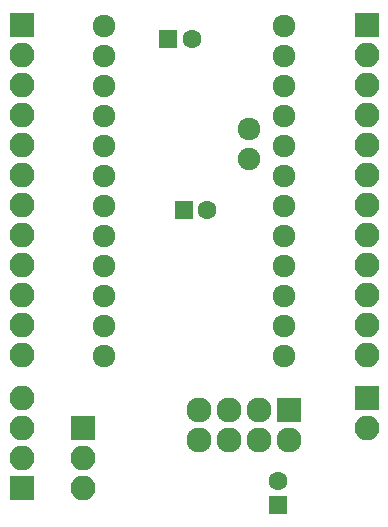
<source format=gbr>
G04 #@! TF.FileFunction,Soldermask,Top*
%FSLAX46Y46*%
G04 Gerber Fmt 4.6, Leading zero omitted, Abs format (unit mm)*
G04 Created by KiCad (PCBNEW 4.0.7-e2-6376~58~ubuntu16.04.1) date Mon Apr  2 12:22:34 2018*
%MOMM*%
%LPD*%
G01*
G04 APERTURE LIST*
%ADD10C,0.100000*%
%ADD11R,2.100000X2.100000*%
%ADD12O,2.100000X2.100000*%
%ADD13R,1.600000X1.600000*%
%ADD14C,1.600000*%
%ADD15O,2.127200X2.127200*%
%ADD16R,2.127200X2.127200*%
%ADD17C,1.924000*%
%ADD18C,1.900000*%
G04 APERTURE END LIST*
D10*
D11*
X135890000Y-98933000D03*
D12*
X135890000Y-101473000D03*
D13*
X128397000Y-107950000D03*
D14*
X128397000Y-105950000D03*
D11*
X106680000Y-67310000D03*
D12*
X106680000Y-69850000D03*
X106680000Y-72390000D03*
X106680000Y-74930000D03*
X106680000Y-77470000D03*
X106680000Y-80010000D03*
X106680000Y-82550000D03*
X106680000Y-85090000D03*
X106680000Y-87630000D03*
X106680000Y-90170000D03*
X106680000Y-92710000D03*
X106680000Y-95250000D03*
D11*
X111887000Y-101473000D03*
D12*
X111887000Y-104013000D03*
X111887000Y-106553000D03*
D11*
X135890000Y-67310000D03*
D12*
X135890000Y-69850000D03*
X135890000Y-72390000D03*
X135890000Y-74930000D03*
X135890000Y-77470000D03*
X135890000Y-80010000D03*
X135890000Y-82550000D03*
X135890000Y-85090000D03*
X135890000Y-87630000D03*
X135890000Y-90170000D03*
X135890000Y-92710000D03*
X135890000Y-95250000D03*
D15*
X121666000Y-99949000D03*
X121666000Y-102489000D03*
X124206000Y-99949000D03*
X124206000Y-102489000D03*
X126746000Y-99949000D03*
X126746000Y-102489000D03*
D16*
X129286000Y-99949000D03*
D15*
X129286000Y-102489000D03*
D17*
X113637144Y-67365000D03*
X113637144Y-69905000D03*
X113637144Y-72445000D03*
X113637144Y-74985000D03*
X113637144Y-77525000D03*
X113637144Y-80065000D03*
X113637144Y-82605000D03*
X113637144Y-85145000D03*
X113637144Y-87685000D03*
X113637144Y-90225000D03*
X113637144Y-92765000D03*
X113637144Y-95305000D03*
X128877144Y-67365000D03*
X128877144Y-69905000D03*
X128877144Y-72445000D03*
X128877144Y-74985000D03*
X128877144Y-77525000D03*
X128877144Y-80065000D03*
X128877144Y-82605000D03*
X128877144Y-85145000D03*
X128877144Y-87685000D03*
X128877144Y-90225000D03*
X128877144Y-92765000D03*
X128877144Y-95305000D03*
X125956144Y-76128000D03*
D18*
X125956144Y-78668000D03*
D11*
X106680000Y-106553000D03*
D12*
X106680000Y-104013000D03*
X106680000Y-101473000D03*
X106680000Y-98933000D03*
D13*
X119100000Y-68500000D03*
D14*
X121100000Y-68500000D03*
D13*
X120400000Y-83000000D03*
D14*
X122400000Y-83000000D03*
M02*

</source>
